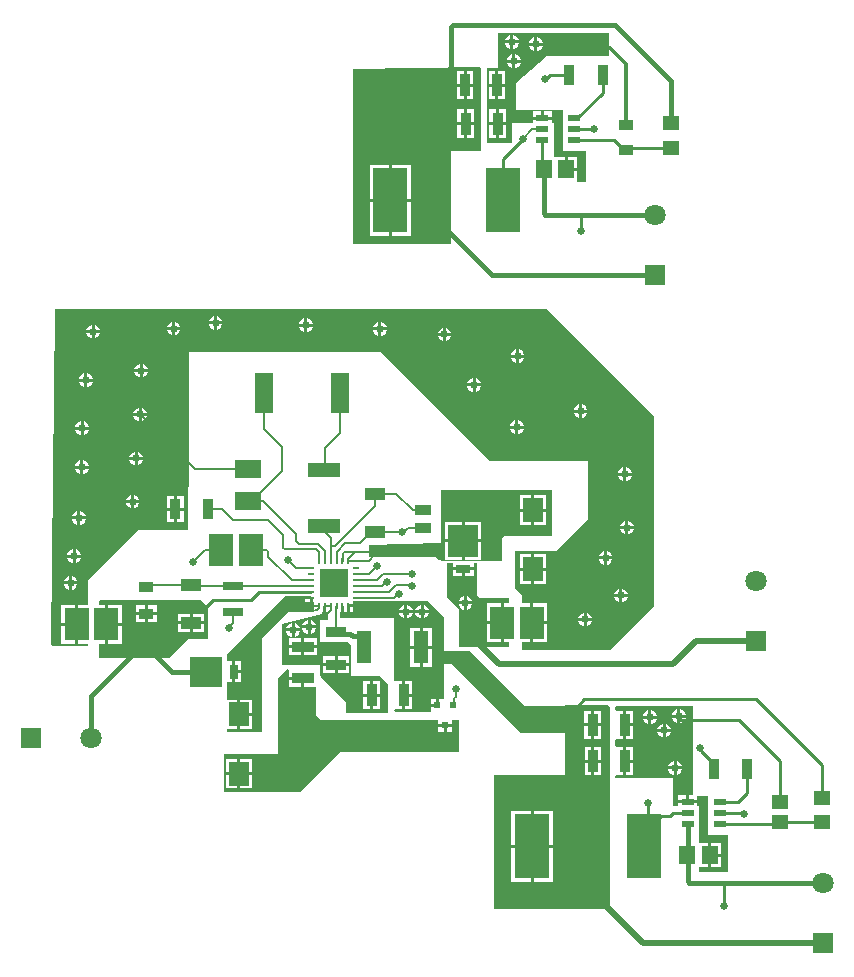
<source format=gtl>
G04*
G04 #@! TF.GenerationSoftware,Altium Limited,Altium Designer,22.10.1 (41)*
G04*
G04 Layer_Physical_Order=1*
G04 Layer_Color=255*
%FSLAX25Y25*%
%MOIN*%
G70*
G04*
G04 #@! TF.SameCoordinates,856B5BD7-418A-478B-963B-D84CAA773F5C*
G04*
G04*
G04 #@! TF.FilePolarity,Positive*
G04*
G01*
G75*
%ADD12C,0.01000*%
%ADD15R,0.09646X0.09646*%
%ADD16R,0.02362X0.00984*%
%ADD17R,0.00984X0.02362*%
%ADD18R,0.06693X0.07874*%
%ADD19R,0.11811X0.21654*%
%ADD20R,0.03740X0.06693*%
%ADD21R,0.06693X0.03740*%
%ADD22R,0.03543X0.07284*%
%ADD23R,0.07284X0.03543*%
%ADD24R,0.05118X0.11024*%
%ADD25R,0.07087X0.02953*%
%ADD26R,0.08279X0.11048*%
%ADD27R,0.06693X0.03937*%
%ADD28R,0.06102X0.13780*%
%ADD29R,0.11024X0.05118*%
%ADD30R,0.08661X0.05906*%
%ADD31R,0.05118X0.03543*%
%ADD32R,0.03543X0.07480*%
%ADD33R,0.04331X0.02362*%
%ADD34R,0.05542X0.06150*%
%ADD35R,0.05756X0.04942*%
%ADD36R,0.05363X0.04546*%
%ADD37R,0.05315X0.03740*%
%ADD38R,0.05000X0.03000*%
%ADD39R,0.10000X0.10512*%
%ADD40R,0.10512X0.10000*%
%ADD41R,0.03000X0.05000*%
%ADD42R,0.02362X0.02362*%
%ADD69C,0.00800*%
%ADD70C,0.01500*%
%ADD71C,0.02000*%
%ADD72C,0.01200*%
%ADD73R,0.07087X0.07087*%
%ADD74C,0.07087*%
%ADD75R,0.07087X0.07087*%
%ADD76C,0.02800*%
%ADD77C,0.02600*%
G36*
X387992Y449250D02*
Y421752D01*
X378150D01*
X378051Y421850D01*
Y390551D01*
X345752D01*
X345374Y390846D01*
Y448917D01*
X387636Y449601D01*
X387992Y449250D01*
D02*
G37*
G36*
X430610Y460236D02*
Y453346D01*
X409842D01*
X399508Y444304D01*
Y435433D01*
X415354D01*
Y421850D01*
X423130D01*
Y411516D01*
X420118D01*
Y415051D01*
X416347D01*
Y415551D01*
X415847D01*
Y419626D01*
X412576D01*
X412205Y419937D01*
Y430905D01*
X411630D01*
Y432177D01*
X405299D01*
Y430905D01*
X398425D01*
Y424606D01*
X398327Y424508D01*
X389862D01*
Y449311D01*
X393504D01*
Y461122D01*
X430610D01*
Y460236D01*
D02*
G37*
G36*
X411614Y293209D02*
X395768D01*
X394980Y292421D01*
Y284941D01*
X374508D01*
Y285516D01*
X374087Y285362D01*
X372933Y286516D01*
X350590D01*
Y290453D01*
X374508Y290936D01*
Y308563D01*
X411614D01*
Y293209D01*
D02*
G37*
G36*
X386516Y273721D02*
X387402Y272835D01*
X397441D01*
Y270992D01*
X395576D01*
Y264469D01*
Y257944D01*
X397441D01*
Y256398D01*
X380709D01*
Y268898D01*
X376673Y272933D01*
Y284227D01*
X378587D01*
Y282976D01*
X382087D01*
X385587D01*
Y284227D01*
X386516D01*
Y273721D01*
D02*
G37*
G36*
X375689Y266339D02*
Y254738D01*
X375958Y255015D01*
X384252Y254921D01*
X402362Y236811D01*
X415846D01*
Y236910D01*
X430315Y237106D01*
X431102Y236319D01*
Y168898D01*
X392421D01*
Y213779D01*
X415551D01*
X415846Y214075D01*
Y227756D01*
X401181D01*
X378346Y250590D01*
X375689D01*
Y239556D01*
X375606Y239090D01*
X373925D01*
Y236910D01*
X373425D01*
Y236409D01*
X371244D01*
Y234842D01*
X359425D01*
X359079Y235204D01*
X359085Y235343D01*
X359433Y235614D01*
X359555Y235614D01*
X361705D01*
Y240256D01*
Y244898D01*
X359555D01*
X359433Y244898D01*
X359055Y245192D01*
Y266043D01*
X341043D01*
Y267996D01*
X341315D01*
Y270177D01*
X342315D01*
Y267996D01*
X343284D01*
Y270177D01*
X343783D01*
Y270677D01*
X345276D01*
Y271555D01*
X370472D01*
X375689Y266339D01*
D02*
G37*
G36*
X445571Y333465D02*
Y269980D01*
X430992Y255402D01*
X401594D01*
Y257944D01*
X404424D01*
Y264469D01*
Y270992D01*
X401594D01*
Y273800D01*
X399311Y276083D01*
Y288484D01*
X413189D01*
X423622Y298917D01*
Y318307D01*
X390846D01*
X354626Y354528D01*
X290551D01*
Y309842D01*
X290453Y309744D01*
Y295276D01*
X273622D01*
X256988Y278642D01*
Y270500D01*
X253746D01*
Y263976D01*
Y257452D01*
X256988D01*
Y256791D01*
X245244D01*
X244788Y257252D01*
X246063Y369094D01*
X409941D01*
X445571Y333465D01*
D02*
G37*
G36*
X294783Y272047D02*
X297047Y269783D01*
Y259154D01*
X290256D01*
X283858Y252756D01*
X260630D01*
Y257452D01*
X262593D01*
Y263976D01*
Y270500D01*
X260630D01*
Y271785D01*
X260984Y272138D01*
X294783Y272047D01*
D02*
G37*
G36*
X336409Y267996D02*
X336910D01*
Y265256D01*
X334154D01*
Y257874D01*
X343799D01*
X344783Y256890D01*
Y246850D01*
X353937D01*
X356890Y243898D01*
Y234547D01*
X356791Y234449D01*
X342913D01*
Y238090D01*
X334615Y246389D01*
X334766Y246752D01*
X334252D01*
X334154Y246850D01*
Y250295D01*
X321555D01*
Y264173D01*
X334941Y267520D01*
Y267996D01*
X335409D01*
Y270177D01*
X336409D01*
Y267996D01*
D02*
G37*
G36*
X329070Y273252D02*
X331398D01*
Y272752D01*
X331898D01*
Y271260D01*
X332449D01*
Y267996D01*
X331983Y267913D01*
X323524D01*
X314961Y259350D01*
X314961Y228150D01*
X303150D01*
Y228921D01*
X306685D01*
Y233858D01*
Y238795D01*
X303150D01*
X303150Y244630D01*
X305075D01*
Y248130D01*
Y251630D01*
X303150D01*
Y253839D01*
X322655Y273343D01*
X328860Y273458D01*
X329070Y273252D01*
D02*
G37*
G36*
X323894Y248679D02*
X323902Y248614D01*
Y246366D01*
X328543D01*
Y245866D01*
X329043D01*
Y243094D01*
X333071D01*
Y233563D01*
X334646Y231988D01*
X373803D01*
Y230716D01*
X378165D01*
Y231988D01*
X380512D01*
Y221358D01*
X341240D01*
X327756Y207874D01*
X302165D01*
Y220669D01*
X320177D01*
X320177Y245669D01*
X323370Y248862D01*
X323894Y248679D01*
D02*
G37*
G36*
X458563Y236713D02*
Y207087D01*
X458382Y206906D01*
X457390D01*
Y205224D01*
X460055D01*
Y206693D01*
X463779D01*
Y193898D01*
X463878Y193799D01*
X470374D01*
Y181299D01*
X460532D01*
Y182933D01*
X463690D01*
Y187008D01*
Y191083D01*
X460532D01*
Y203248D01*
X460055D01*
Y204224D01*
X453724D01*
Y203248D01*
X451870D01*
Y212697D01*
X432776D01*
Y213272D01*
X433153Y213567D01*
X433276Y213567D01*
X435425D01*
Y218307D01*
Y223047D01*
X433276D01*
X433153Y223047D01*
X432776Y223342D01*
Y225289D01*
X433055Y225673D01*
X433276Y225673D01*
X435327D01*
Y230413D01*
Y235154D01*
X433276D01*
X433055Y235154D01*
X432776Y235538D01*
Y236457D01*
X433130Y236810D01*
X458563Y236713D01*
D02*
G37*
%LPC*%
G36*
X385449Y448343D02*
X383177D01*
Y444102D01*
X385449D01*
Y448343D01*
D02*
G37*
G36*
X382177D02*
X379906D01*
Y444102D01*
X382177D01*
Y448343D01*
D02*
G37*
G36*
X385449Y443102D02*
X383177D01*
Y438862D01*
X385449D01*
Y443102D01*
D02*
G37*
G36*
X382177D02*
X379906D01*
Y438862D01*
X382177D01*
Y443102D01*
D02*
G37*
G36*
X385646Y435547D02*
X383374D01*
Y431307D01*
X385646D01*
Y435547D01*
D02*
G37*
G36*
X382374D02*
X380102D01*
Y431307D01*
X382374D01*
Y435547D01*
D02*
G37*
G36*
X385646Y430307D02*
X383374D01*
Y426067D01*
X385646D01*
Y430307D01*
D02*
G37*
G36*
X382374D02*
X380102D01*
Y426067D01*
X382374D01*
Y430307D01*
D02*
G37*
G36*
X364681Y417043D02*
X358276D01*
Y405717D01*
X364681D01*
Y417043D01*
D02*
G37*
G36*
X357276D02*
X350870D01*
Y405717D01*
X357276D01*
Y417043D01*
D02*
G37*
G36*
X364681Y404717D02*
X358276D01*
Y393390D01*
X364681D01*
Y404717D01*
D02*
G37*
G36*
X357276D02*
X350870D01*
Y393390D01*
X357276D01*
Y404717D01*
D02*
G37*
G36*
X398728Y460353D02*
Y458571D01*
X400511D01*
X400178Y459374D01*
X399531Y460021D01*
X398728Y460353D01*
D02*
G37*
G36*
X397728D02*
X396925Y460021D01*
X396279Y459374D01*
X395946Y458571D01*
X397728D01*
Y460353D01*
D02*
G37*
G36*
X406799Y459566D02*
Y457784D01*
X408582D01*
X408249Y458586D01*
X407602Y459233D01*
X406799Y459566D01*
D02*
G37*
G36*
X405799D02*
X404996Y459233D01*
X404349Y458586D01*
X404017Y457784D01*
X405799D01*
Y459566D01*
D02*
G37*
G36*
X400511Y457571D02*
X398728D01*
Y455789D01*
X399531Y456121D01*
X400178Y456768D01*
X400511Y457571D01*
D02*
G37*
G36*
X397728D02*
X395946D01*
X396279Y456768D01*
X396925Y456121D01*
X397728Y455789D01*
Y457571D01*
D02*
G37*
G36*
X408582Y456783D02*
X406799D01*
Y455001D01*
X407602Y455334D01*
X408249Y455981D01*
X408340Y456201D01*
X408582Y456783D01*
D02*
G37*
G36*
X405799D02*
X404017D01*
X404349Y455981D01*
X404996Y455334D01*
X405799Y455001D01*
Y456783D01*
D02*
G37*
G36*
X399417Y453956D02*
Y452173D01*
X401200D01*
X400867Y452976D01*
X400220Y453623D01*
X399417Y453956D01*
D02*
G37*
G36*
X398417D02*
X397615Y453623D01*
X396968Y452976D01*
X396635Y452173D01*
X398417D01*
Y453956D01*
D02*
G37*
G36*
X401200Y451173D02*
X399417D01*
Y449391D01*
X400220Y449723D01*
X400867Y450370D01*
X401200Y451173D01*
D02*
G37*
G36*
X398417D02*
X396635D01*
X396968Y450370D01*
X397615Y449723D01*
X398417Y449391D01*
Y451173D01*
D02*
G37*
G36*
X396079Y448343D02*
X393807D01*
Y444102D01*
X396079D01*
Y448343D01*
D01*
D02*
G37*
G36*
X392807D02*
X390535D01*
Y444102D01*
X392807D01*
Y448343D01*
D02*
G37*
G36*
X396079Y443102D02*
X393807D01*
Y438862D01*
X396079D01*
Y443102D01*
D02*
G37*
G36*
X392807D02*
X390535D01*
Y438862D01*
X392807D01*
Y443102D01*
D02*
G37*
G36*
X411630Y434858D02*
X408965D01*
Y433177D01*
X411630D01*
Y434858D01*
D02*
G37*
G36*
X407965D02*
X405299D01*
Y433177D01*
X407965D01*
Y434858D01*
D02*
G37*
G36*
X396276Y435547D02*
X394004D01*
Y431307D01*
X396276D01*
Y435547D01*
D02*
G37*
G36*
X393004D02*
X390732D01*
Y431307D01*
X393004D01*
Y435547D01*
D02*
G37*
G36*
X396276Y430307D02*
X394004D01*
Y426067D01*
X396276D01*
Y430307D01*
D02*
G37*
G36*
X393004D02*
X390732D01*
Y426067D01*
X393004D01*
Y430307D01*
D02*
G37*
G36*
X416847Y419626D02*
Y416051D01*
X420118D01*
Y419626D01*
X416847D01*
D02*
G37*
G36*
X409661Y306906D02*
X405815D01*
Y302468D01*
X409661D01*
Y306906D01*
D02*
G37*
G36*
X404815D02*
X400969D01*
Y302468D01*
X404815D01*
Y306906D01*
D02*
G37*
G36*
X409661Y301468D02*
X405815D01*
Y297031D01*
X409661D01*
Y301468D01*
D02*
G37*
G36*
X404815D02*
X400969D01*
Y297031D01*
X404815D01*
Y301468D01*
D02*
G37*
G36*
X388087Y297988D02*
X382587D01*
Y292232D01*
X388087D01*
Y297988D01*
D02*
G37*
G36*
X381587D02*
X376087D01*
Y292232D01*
X381587D01*
Y297988D01*
D02*
G37*
G36*
X388087Y291232D02*
X382587D01*
Y285476D01*
X388087D01*
Y291232D01*
D02*
G37*
G36*
X381587D02*
X376087D01*
Y285476D01*
X381587D01*
Y291232D01*
D02*
G37*
G36*
X385587Y281976D02*
X382587D01*
Y279976D01*
X385587D01*
Y281976D01*
D02*
G37*
G36*
X381587D02*
X378587D01*
Y279976D01*
X381587D01*
Y281976D01*
D02*
G37*
G36*
X383276Y273345D02*
Y271563D01*
X385058D01*
X384725Y272366D01*
X384078Y273013D01*
X383276Y273345D01*
D02*
G37*
G36*
X382276D02*
X381473Y273013D01*
X380826Y272366D01*
X380493Y271563D01*
X382276D01*
Y273345D01*
D02*
G37*
G36*
X385058Y270563D02*
X383276D01*
Y268781D01*
X384078Y269113D01*
X384725Y269760D01*
X385058Y270563D01*
D02*
G37*
G36*
X382276D02*
X380493D01*
X380826Y269760D01*
X381473Y269113D01*
X382276Y268781D01*
Y270563D01*
D02*
G37*
G36*
X394576Y270992D02*
X389937D01*
Y264968D01*
X394576D01*
Y270992D01*
D02*
G37*
G36*
Y263968D02*
X389937D01*
Y257944D01*
X394576D01*
Y263968D01*
D02*
G37*
G36*
X368841Y270432D02*
Y268649D01*
X370623D01*
X370290Y269452D01*
X369643Y270099D01*
X368841Y270432D01*
D02*
G37*
G36*
X367841D02*
X367038Y270099D01*
X366391Y269452D01*
X366058Y268649D01*
X367841D01*
Y270432D01*
D02*
G37*
G36*
X363427D02*
Y268649D01*
X365210D01*
X364877Y269452D01*
X364230Y270099D01*
X363427Y270432D01*
D02*
G37*
G36*
X362427D02*
X361624Y270099D01*
X360977Y269452D01*
X360645Y268649D01*
X362427D01*
Y270432D01*
D02*
G37*
G36*
X345276Y269677D02*
X344284D01*
Y267996D01*
X345276D01*
Y269677D01*
D02*
G37*
G36*
X370623Y267649D02*
X368841D01*
Y265867D01*
X369643Y266199D01*
X370290Y266846D01*
X370623Y267649D01*
D02*
G37*
G36*
X367841D02*
X366058D01*
X366391Y266846D01*
X367038Y266199D01*
X367841Y265867D01*
Y267649D01*
D02*
G37*
G36*
X365210D02*
X363427D01*
Y265867D01*
X364230Y266199D01*
X364877Y266846D01*
X365210Y267649D01*
D02*
G37*
G36*
X362427D02*
X360645D01*
X360977Y266846D01*
X361624Y266199D01*
X362427Y265867D01*
Y267649D01*
D02*
G37*
G36*
X371571Y262713D02*
X368512D01*
Y256701D01*
X371571D01*
Y262713D01*
D02*
G37*
G36*
X367512D02*
X364453D01*
Y256701D01*
X367512D01*
Y262713D01*
D02*
G37*
G36*
X371571Y255701D02*
X368512D01*
Y249689D01*
X371571D01*
Y255701D01*
D02*
G37*
G36*
X367512D02*
X364453D01*
Y249689D01*
X367512D01*
Y255701D01*
D02*
G37*
G36*
X362705Y244898D02*
Y240756D01*
X364976D01*
Y244898D01*
X362705D01*
D02*
G37*
G36*
X372925Y239090D02*
X371244D01*
Y237409D01*
X372925D01*
Y239090D01*
D02*
G37*
G36*
X364976Y239756D02*
X362705D01*
Y235614D01*
X364976D01*
Y239756D01*
D02*
G37*
G36*
X427969Y235154D02*
X425697D01*
Y230913D01*
X427969D01*
Y235154D01*
D02*
G37*
G36*
X424697D02*
X422425D01*
Y230913D01*
X424697D01*
Y235154D01*
D02*
G37*
G36*
X427969Y229913D02*
X425697D01*
Y225673D01*
X427969D01*
Y229913D01*
D02*
G37*
G36*
X424697D02*
X422425D01*
Y225673D01*
X424697D01*
Y229913D01*
D02*
G37*
G36*
X428067Y223047D02*
X425795D01*
Y218807D01*
X428067D01*
Y223047D01*
D02*
G37*
G36*
X424795D02*
X422524D01*
Y218807D01*
X424795D01*
Y223047D01*
D02*
G37*
G36*
X428067Y217807D02*
X425795D01*
Y213567D01*
X428067D01*
Y217807D01*
D02*
G37*
G36*
X424795D02*
X422524D01*
Y213567D01*
X424795D01*
Y217807D01*
D02*
G37*
G36*
X411925Y201689D02*
X405520D01*
Y190362D01*
X411925D01*
Y201689D01*
D02*
G37*
G36*
X404520D02*
X398114D01*
Y190362D01*
X404520D01*
Y201689D01*
D02*
G37*
G36*
X411925Y189362D02*
X405520D01*
Y178035D01*
X411925D01*
Y189362D01*
D02*
G37*
G36*
X404520D02*
X398114D01*
Y178035D01*
X404520D01*
Y189362D01*
D02*
G37*
G36*
X300008Y366751D02*
Y364968D01*
X301790D01*
X301458Y365771D01*
X300811Y366418D01*
X300008Y366751D01*
D02*
G37*
G36*
X299008D02*
X298205Y366418D01*
X297558Y365771D01*
X297225Y364968D01*
X299008D01*
Y366751D01*
D02*
G37*
G36*
X330126Y365865D02*
Y364083D01*
X331908D01*
X331576Y364885D01*
X330929Y365532D01*
X330126Y365865D01*
D02*
G37*
G36*
X329126D02*
X328323Y365532D01*
X327676Y364885D01*
X327344Y364083D01*
X329126D01*
Y365865D01*
D02*
G37*
G36*
X286032Y364782D02*
Y363000D01*
X287814D01*
X287481Y363803D01*
X286834Y364450D01*
X286032Y364782D01*
D02*
G37*
G36*
X285032D02*
X284229Y364450D01*
X283582Y363803D01*
X283249Y363000D01*
X285032D01*
Y364782D01*
D02*
G37*
G36*
X354740Y364676D02*
Y362894D01*
X356523D01*
X356190Y363697D01*
X355543Y364344D01*
X354740Y364676D01*
D02*
G37*
G36*
X353740D02*
X352937Y364344D01*
X352290Y363697D01*
X351958Y362894D01*
X353740D01*
Y364676D01*
D02*
G37*
G36*
X301790Y363968D02*
X300008D01*
Y362186D01*
X300811Y362519D01*
X301458Y363166D01*
X301790Y363968D01*
D02*
G37*
G36*
X299008D02*
X297225D01*
X297558Y363166D01*
X298205Y362519D01*
X299008Y362186D01*
Y363968D01*
D02*
G37*
G36*
X259260Y363798D02*
Y362016D01*
X261042D01*
X260710Y362819D01*
X260063Y363466D01*
X259260Y363798D01*
D02*
G37*
G36*
X258260D02*
X257457Y363466D01*
X256810Y362819D01*
X256477Y362016D01*
X258260D01*
Y363798D01*
D02*
G37*
G36*
X331908Y363083D02*
X330126D01*
Y361300D01*
X330929Y361633D01*
X331576Y362280D01*
X331908Y363083D01*
D02*
G37*
G36*
X329126D02*
X327344D01*
X327676Y362280D01*
X328323Y361633D01*
X329126Y361300D01*
Y363083D01*
D02*
G37*
G36*
X376287Y362814D02*
Y361032D01*
X378070D01*
X377737Y361834D01*
X377090Y362481D01*
X376287Y362814D01*
D02*
G37*
G36*
X375287D02*
X374484Y362481D01*
X373838Y361834D01*
X373505Y361032D01*
X375287D01*
Y362814D01*
D02*
G37*
G36*
X287814Y362000D02*
X286032D01*
Y360218D01*
X286834Y360550D01*
X287481Y361197D01*
X287814Y362000D01*
D02*
G37*
G36*
X285032D02*
X283249D01*
X283582Y361197D01*
X284229Y360550D01*
X285032Y360218D01*
Y362000D01*
D02*
G37*
G36*
X356523Y361894D02*
X354740D01*
Y360111D01*
X355543Y360444D01*
X356190Y361091D01*
X356523Y361894D01*
D02*
G37*
G36*
X353740D02*
X351958D01*
X352290Y361091D01*
X352937Y360444D01*
X353740Y360111D01*
Y361894D01*
D02*
G37*
G36*
X261042Y361016D02*
X259260D01*
Y359233D01*
X260063Y359566D01*
X260710Y360213D01*
X261042Y361016D01*
D02*
G37*
G36*
X258260D02*
X256477D01*
X256810Y360213D01*
X257457Y359566D01*
X258260Y359233D01*
Y361016D01*
D02*
G37*
G36*
X378070Y360032D02*
X376287D01*
Y358249D01*
X377090Y358582D01*
X377737Y359229D01*
X378070Y360032D01*
D02*
G37*
G36*
X375287D02*
X373505D01*
X373838Y359229D01*
X374484Y358582D01*
X375287Y358249D01*
Y360032D01*
D02*
G37*
G36*
X400697Y355530D02*
Y353748D01*
X402479D01*
X402147Y354551D01*
X401500Y355198D01*
X400697Y355530D01*
D02*
G37*
G36*
X399697D02*
X398894Y355198D01*
X398247Y354551D01*
X397914Y353748D01*
X399697D01*
Y355530D01*
D02*
G37*
G36*
X402479Y352748D02*
X400697D01*
Y350966D01*
X401500Y351298D01*
X402147Y351945D01*
X402479Y352748D01*
D02*
G37*
G36*
X399697D02*
X397914D01*
X398247Y351945D01*
X398894Y351298D01*
X399697Y350966D01*
Y352748D01*
D02*
G37*
G36*
X275186Y350783D02*
Y349000D01*
X276969D01*
X276636Y349803D01*
X275989Y350450D01*
X275186Y350783D01*
D02*
G37*
G36*
X274186D02*
X273383Y350450D01*
X272736Y349803D01*
X272404Y349000D01*
X274186D01*
Y350783D01*
D02*
G37*
G36*
X276969Y348000D02*
X275186D01*
Y346218D01*
X275989Y346550D01*
X276636Y347197D01*
X276969Y348000D01*
D02*
G37*
G36*
X274186D02*
X272404D01*
X272736Y347197D01*
X273383Y346550D01*
X274186Y346218D01*
Y348000D01*
D02*
G37*
G36*
X256701Y347558D02*
Y345776D01*
X258483D01*
X258151Y346578D01*
X257504Y347225D01*
X256701Y347558D01*
D02*
G37*
G36*
X255701D02*
X254898Y347225D01*
X254251Y346578D01*
X253918Y345776D01*
X255701D01*
Y347558D01*
D02*
G37*
G36*
X386228Y345983D02*
Y344201D01*
X388011D01*
X387678Y345004D01*
X387031Y345651D01*
X386228Y345983D01*
D02*
G37*
G36*
X385228D02*
X384425Y345651D01*
X383779Y345004D01*
X383446Y344201D01*
X385228D01*
Y345983D01*
D02*
G37*
G36*
X258483Y344776D02*
X256701D01*
Y342993D01*
X257504Y343326D01*
X258151Y343973D01*
X258483Y344776D01*
D02*
G37*
G36*
X255701D02*
X253918D01*
X254251Y343973D01*
X254898Y343326D01*
X255701Y342993D01*
Y344776D01*
D02*
G37*
G36*
X388011Y343201D02*
X386228D01*
Y341418D01*
X387031Y341751D01*
X387678Y342398D01*
X388011Y343201D01*
D02*
G37*
G36*
X385228D02*
X383446D01*
X383779Y342398D01*
X384425Y341751D01*
X385228Y341418D01*
Y343201D01*
D02*
G37*
G36*
X421680Y337231D02*
Y335449D01*
X423462D01*
X423130Y336252D01*
X422483Y336899D01*
X421680Y337231D01*
D02*
G37*
G36*
X420680D02*
X419877Y336899D01*
X419230Y336252D01*
X418898Y335449D01*
X420680D01*
Y337231D01*
D02*
G37*
G36*
X274909Y336141D02*
Y334358D01*
X276692D01*
X276359Y335161D01*
X275712Y335808D01*
X274909Y336141D01*
D02*
G37*
G36*
X273909D02*
X273107Y335808D01*
X272460Y335161D01*
X272127Y334358D01*
X273909D01*
Y336141D01*
D02*
G37*
G36*
X423462Y334449D02*
X421680D01*
Y332666D01*
X422483Y332999D01*
X423130Y333646D01*
X423462Y334449D01*
D02*
G37*
G36*
X420680D02*
X418898D01*
X419230Y333646D01*
X419877Y332999D01*
X420680Y332666D01*
Y334449D01*
D02*
G37*
G36*
X276692Y333358D02*
X274909D01*
Y331576D01*
X275712Y331908D01*
X276359Y332555D01*
X276692Y333358D01*
D02*
G37*
G36*
X273909D02*
X272127D01*
X272460Y332555D01*
X273107Y331908D01*
X273909Y331576D01*
Y333358D01*
D02*
G37*
G36*
X400402Y331908D02*
Y330126D01*
X402184D01*
X401851Y330929D01*
X401204Y331576D01*
X400402Y331908D01*
D02*
G37*
G36*
X399402D02*
X398599Y331576D01*
X397952Y330929D01*
X397619Y330126D01*
X399402D01*
Y331908D01*
D02*
G37*
G36*
X255520Y331613D02*
Y329831D01*
X257302D01*
X256969Y330634D01*
X256323Y331281D01*
X255520Y331613D01*
D02*
G37*
G36*
X254520D02*
X253717Y331281D01*
X253070Y330634D01*
X252737Y329831D01*
X254520D01*
Y331613D01*
D02*
G37*
G36*
X402184Y329126D02*
X400402D01*
Y327344D01*
X401204Y327676D01*
X401851Y328323D01*
X402184Y329126D01*
D02*
G37*
G36*
X399402D02*
X397619D01*
X397952Y328323D01*
X398599Y327676D01*
X399402Y327344D01*
Y329126D01*
D02*
G37*
G36*
X257302Y328831D02*
X255520D01*
Y327048D01*
X256323Y327381D01*
X256969Y328028D01*
X257302Y328831D01*
D02*
G37*
G36*
X254520D02*
X252737D01*
X253070Y328028D01*
X253717Y327381D01*
X254520Y327048D01*
Y328831D01*
D02*
G37*
G36*
X273532Y321475D02*
Y319693D01*
X275314D01*
X274981Y320496D01*
X274334Y321143D01*
X273532Y321475D01*
D02*
G37*
G36*
X272532D02*
X271729Y321143D01*
X271082Y320496D01*
X270749Y319693D01*
X272532D01*
Y321475D01*
D02*
G37*
G36*
X275314Y318693D02*
X273532D01*
Y316911D01*
X274334Y317243D01*
X274981Y317890D01*
X275314Y318693D01*
D02*
G37*
G36*
X272532D02*
X270749D01*
X271082Y317890D01*
X271729Y317243D01*
X272532Y316911D01*
Y318693D01*
D02*
G37*
G36*
X255421Y318621D02*
Y316839D01*
X257204D01*
X256871Y317641D01*
X256224Y318288D01*
X255421Y318621D01*
D02*
G37*
G36*
X254421D02*
X253618Y318288D01*
X252971Y317641D01*
X252639Y316839D01*
X254421D01*
Y318621D01*
D02*
G37*
G36*
X436425Y316259D02*
Y314476D01*
X438208D01*
X437875Y315279D01*
X437228Y315926D01*
X436425Y316259D01*
D02*
G37*
G36*
X435425D02*
X434622Y315926D01*
X433975Y315279D01*
X433643Y314476D01*
X435425D01*
Y316259D01*
D02*
G37*
G36*
X257204Y315839D02*
X255421D01*
Y314056D01*
X256224Y314389D01*
X256871Y315036D01*
X257204Y315839D01*
D02*
G37*
G36*
X254421D02*
X252639D01*
X252971Y315036D01*
X253618Y314389D01*
X254421Y314056D01*
Y315839D01*
D02*
G37*
G36*
X438208Y313476D02*
X436425D01*
Y311694D01*
X437228Y312027D01*
X437875Y312673D01*
X438208Y313476D01*
D02*
G37*
G36*
X435425D02*
X433643D01*
X433975Y312673D01*
X434622Y312027D01*
X435425Y311694D01*
Y313476D01*
D02*
G37*
G36*
X272350Y307105D02*
Y305323D01*
X274133D01*
X273800Y306126D01*
X273153Y306773D01*
X272350Y307105D01*
D02*
G37*
G36*
X271350D02*
X270548Y306773D01*
X269900Y306126D01*
X269568Y305323D01*
X271350D01*
Y307105D01*
D02*
G37*
G36*
X288992Y306610D02*
X286622D01*
Y302764D01*
X288992D01*
Y306610D01*
D02*
G37*
G36*
X285622D02*
X283252D01*
Y302764D01*
X285622D01*
Y306610D01*
D02*
G37*
G36*
X274133Y304323D02*
X272350D01*
Y302540D01*
X273153Y302873D01*
X273800Y303520D01*
X274133Y304323D01*
D02*
G37*
G36*
X271350D02*
X269568D01*
X269900Y303520D01*
X270548Y302873D01*
X271350Y302540D01*
Y304323D01*
D02*
G37*
G36*
X254437Y301692D02*
Y299909D01*
X256219D01*
X255887Y300712D01*
X255240Y301359D01*
X254437Y301692D01*
D02*
G37*
G36*
X253437D02*
X252634Y301359D01*
X251987Y300712D01*
X251655Y299909D01*
X253437D01*
Y301692D01*
D02*
G37*
G36*
X288992Y301764D02*
X286622D01*
Y297917D01*
X288992D01*
Y301764D01*
D02*
G37*
G36*
X285622D02*
X283252D01*
Y297917D01*
X285622D01*
Y301764D01*
D02*
G37*
G36*
X256219Y298909D02*
X254437D01*
Y297127D01*
X255240Y297460D01*
X255887Y298107D01*
X256219Y298909D01*
D02*
G37*
G36*
X253437D02*
X251655D01*
X251987Y298107D01*
X252634Y297460D01*
X253437Y297127D01*
Y298909D01*
D02*
G37*
G36*
X437114Y298444D02*
Y296661D01*
X438897D01*
X438564Y297464D01*
X437917Y298111D01*
X437114Y298444D01*
D02*
G37*
G36*
X436114D02*
X435311Y298111D01*
X434664Y297464D01*
X434332Y296661D01*
X436114D01*
Y298444D01*
D02*
G37*
G36*
X438897Y295661D02*
X437114D01*
Y293879D01*
X437917Y294212D01*
X438564Y294859D01*
X438897Y295661D01*
D02*
G37*
G36*
X436114D02*
X434332D01*
X434664Y294859D01*
X435311Y294212D01*
X436114Y293879D01*
Y295661D01*
D02*
G37*
G36*
X252862Y288897D02*
Y287114D01*
X254645D01*
X254312Y287917D01*
X253665Y288564D01*
X252862Y288897D01*
D02*
G37*
G36*
X251862D02*
X251059Y288564D01*
X250412Y287917D01*
X250080Y287114D01*
X251862D01*
Y288897D01*
D02*
G37*
G36*
X430028Y288404D02*
Y286622D01*
X431810D01*
X431477Y287425D01*
X430830Y288072D01*
X430028Y288404D01*
D02*
G37*
G36*
X429028D02*
X428225Y288072D01*
X427578Y287425D01*
X427245Y286622D01*
X429028D01*
Y288404D01*
D02*
G37*
G36*
X254645Y286114D02*
X252862D01*
Y284332D01*
X253665Y284664D01*
X254312Y285311D01*
X254645Y286114D01*
D02*
G37*
G36*
X251862D02*
X250080D01*
X250412Y285311D01*
X251059Y284664D01*
X251862Y284332D01*
Y286114D01*
D02*
G37*
G36*
X431810Y285622D02*
X430028D01*
Y283840D01*
X430830Y284172D01*
X431477Y284819D01*
X431810Y285622D01*
D02*
G37*
G36*
X429028D02*
X427245D01*
X427578Y284819D01*
X428225Y284172D01*
X429028Y283840D01*
Y285622D01*
D02*
G37*
G36*
X409661Y287221D02*
X405815D01*
Y282784D01*
X409661D01*
Y287221D01*
D02*
G37*
G36*
X404815D02*
X400969D01*
Y282784D01*
X404815D01*
Y287221D01*
D02*
G37*
G36*
X251681Y280038D02*
Y278256D01*
X253464D01*
X253131Y279059D01*
X252484Y279706D01*
X251681Y280038D01*
D02*
G37*
G36*
X250681D02*
X249878Y279706D01*
X249231Y279059D01*
X248899Y278256D01*
X250681D01*
Y280038D01*
D02*
G37*
G36*
X409661Y281784D02*
X405815D01*
Y277346D01*
X409661D01*
Y281784D01*
D02*
G37*
G36*
X404815D02*
X400969D01*
Y277346D01*
X404815D01*
Y281784D01*
D02*
G37*
G36*
X253464Y277256D02*
X251681D01*
Y275473D01*
X252484Y275806D01*
X253131Y276453D01*
X253464Y277256D01*
D02*
G37*
G36*
X250681D02*
X248899D01*
X249231Y276453D01*
X249878Y275806D01*
X250681Y275473D01*
Y277256D01*
D02*
G37*
G36*
X435146Y275806D02*
Y274024D01*
X436928D01*
X436595Y274827D01*
X435949Y275473D01*
X435146Y275806D01*
D02*
G37*
G36*
X434146D02*
X433343Y275473D01*
X432696Y274827D01*
X432363Y274024D01*
X434146D01*
Y275806D01*
D02*
G37*
G36*
X436928Y273024D02*
X435146D01*
Y271241D01*
X435949Y271574D01*
X436595Y272221D01*
X436928Y273024D01*
D02*
G37*
G36*
X434146D02*
X432363D01*
X432696Y272221D01*
X433343Y271574D01*
X434146Y271241D01*
Y273024D01*
D02*
G37*
G36*
X423236Y267834D02*
Y266051D01*
X425019D01*
X424686Y266854D01*
X424039Y267501D01*
X423236Y267834D01*
D02*
G37*
G36*
X422236D02*
X421433Y267501D01*
X420786Y266854D01*
X420454Y266051D01*
X422236D01*
Y267834D01*
D02*
G37*
G36*
X410063Y270992D02*
X405424D01*
Y264968D01*
X410063D01*
Y270992D01*
D02*
G37*
G36*
X252746Y270500D02*
X248106D01*
Y264476D01*
X252746D01*
Y270500D01*
D02*
G37*
G36*
X425019Y265051D02*
X423236D01*
Y263269D01*
X424039Y263601D01*
X424686Y264248D01*
X425019Y265051D01*
D02*
G37*
G36*
X422236D02*
X420454D01*
X420786Y264248D01*
X421433Y263601D01*
X422236Y263269D01*
Y265051D01*
D02*
G37*
G36*
X410063Y263968D02*
X405424D01*
Y257944D01*
X410063D01*
Y263968D01*
D02*
G37*
G36*
X252746Y263476D02*
X248106D01*
Y257452D01*
X252746D01*
Y263476D01*
D02*
G37*
G36*
X279937Y270193D02*
X276878D01*
Y267921D01*
X279937D01*
Y270193D01*
D02*
G37*
G36*
X275878D02*
X272819D01*
Y267921D01*
X275878D01*
Y270193D01*
D02*
G37*
G36*
X295783Y267437D02*
X291937D01*
Y264968D01*
X295783D01*
Y267437D01*
D02*
G37*
G36*
X290937D02*
X287091D01*
Y264968D01*
X290937D01*
Y267437D01*
D02*
G37*
G36*
X279937Y266921D02*
X276878D01*
Y264650D01*
X279937D01*
Y266921D01*
D02*
G37*
G36*
X275878D02*
X272819D01*
Y264650D01*
X275878D01*
Y266921D01*
D02*
G37*
G36*
X268233Y270500D02*
X263593D01*
Y264476D01*
X268233D01*
Y270500D01*
D02*
G37*
G36*
X295783Y263968D02*
X291937D01*
Y261500D01*
X295783D01*
Y263968D01*
D02*
G37*
G36*
X290937D02*
X287091D01*
Y261500D01*
X290937D01*
Y263968D01*
D02*
G37*
G36*
X268233Y263476D02*
X263593D01*
Y257452D01*
X268233D01*
Y263476D01*
D02*
G37*
G36*
X331209Y265373D02*
Y263591D01*
X332991D01*
X332659Y264393D01*
X332012Y265040D01*
X331209Y265373D01*
D02*
G37*
G36*
X330209D02*
X329406Y265040D01*
X328759Y264393D01*
X328426Y263591D01*
X330209D01*
Y265373D01*
D02*
G37*
G36*
X325894Y264389D02*
Y262606D01*
X327676D01*
X327344Y263409D01*
X326696Y264056D01*
X325894Y264389D01*
D02*
G37*
G36*
X324894D02*
X324091Y264056D01*
X323444Y263409D01*
X323111Y262606D01*
X324894D01*
Y264389D01*
D02*
G37*
G36*
X332991Y262591D02*
X331209D01*
Y260808D01*
X332012Y261141D01*
X332659Y261788D01*
X332991Y262591D01*
D02*
G37*
G36*
X330209D02*
X328426D01*
X328759Y261788D01*
X329406Y261141D01*
X330209Y260808D01*
Y262591D01*
D02*
G37*
G36*
X327676Y261606D02*
X325894D01*
Y259824D01*
X326696Y260156D01*
X327344Y260804D01*
X327676Y261606D01*
D02*
G37*
G36*
X324894D02*
X323111D01*
X323444Y260804D01*
X324091Y260156D01*
X324894Y259824D01*
Y261606D01*
D02*
G37*
G36*
X333185Y259279D02*
X329043D01*
Y257008D01*
X333185D01*
Y259279D01*
D02*
G37*
G36*
X328043D02*
X323902D01*
Y257008D01*
X328043D01*
Y259279D01*
D02*
G37*
G36*
X333185Y256008D02*
X329043D01*
Y253736D01*
X333185D01*
Y256008D01*
D02*
G37*
G36*
X328043D02*
X323902D01*
Y253736D01*
X328043D01*
Y256008D01*
D02*
G37*
G36*
X344110Y253362D02*
X340264D01*
Y250992D01*
X344110D01*
Y253362D01*
D02*
G37*
G36*
X339264D02*
X335417D01*
Y250992D01*
X339264D01*
Y253362D01*
D02*
G37*
G36*
X344110Y249992D02*
X340264D01*
Y247622D01*
X344110D01*
Y249992D01*
D02*
G37*
G36*
X339264D02*
X335417D01*
Y247622D01*
X339264D01*
Y249992D01*
D02*
G37*
G36*
X354335Y244898D02*
X352063D01*
Y240756D01*
X354335D01*
Y244898D01*
D02*
G37*
G36*
X351063D02*
X348791D01*
Y240756D01*
X351063D01*
Y244898D01*
D02*
G37*
G36*
X354335Y239756D02*
X352063D01*
Y235614D01*
X354335D01*
Y239756D01*
D02*
G37*
G36*
X351063D02*
X348791D01*
Y235614D01*
X351063D01*
Y239756D01*
D02*
G37*
G36*
X330898Y272252D02*
X329217D01*
Y271260D01*
X330898D01*
Y272252D01*
D02*
G37*
G36*
X308075Y251630D02*
X306075D01*
Y248630D01*
X308075D01*
Y251630D01*
D02*
G37*
G36*
Y247630D02*
X306075D01*
Y244630D01*
X308075D01*
Y247630D01*
D02*
G37*
G36*
X311531Y238795D02*
X307685D01*
Y234358D01*
X311531D01*
Y238795D01*
D02*
G37*
G36*
Y233358D02*
X307685D01*
Y228921D01*
X311531D01*
Y233358D01*
D02*
G37*
G36*
X328043Y245366D02*
X323902D01*
Y243094D01*
X328043D01*
Y245366D01*
D02*
G37*
G36*
X378165Y229716D02*
X376484D01*
Y228035D01*
X378165D01*
Y229716D01*
D02*
G37*
G36*
X375484D02*
X373803D01*
Y228035D01*
X375484D01*
Y229716D01*
D02*
G37*
G36*
X311531Y219110D02*
X307685D01*
Y214673D01*
X311531D01*
Y219110D01*
D02*
G37*
G36*
X306685D02*
X302839D01*
Y214673D01*
X306685D01*
Y219110D01*
D02*
G37*
G36*
X311531Y213673D02*
X307685D01*
Y209236D01*
X311531D01*
Y213673D01*
D02*
G37*
G36*
X306685D02*
X302839D01*
Y209236D01*
X306685D01*
Y213673D01*
D02*
G37*
G36*
X454437Y235550D02*
Y233768D01*
X456219D01*
X455887Y234571D01*
X455240Y235218D01*
X454437Y235550D01*
D02*
G37*
G36*
X453437D02*
X452634Y235218D01*
X451987Y234571D01*
X451655Y233768D01*
X453437D01*
Y235550D01*
D02*
G37*
G36*
X444791Y235255D02*
Y233472D01*
X446574D01*
X446241Y234275D01*
X445594Y234922D01*
X444791Y235255D01*
D02*
G37*
G36*
X443791D02*
X442988Y234922D01*
X442342Y234275D01*
X442009Y233472D01*
X443791D01*
Y235255D01*
D02*
G37*
G36*
X456219Y232768D02*
X454437D01*
Y230985D01*
X455240Y231318D01*
X455887Y231965D01*
X456219Y232768D01*
D02*
G37*
G36*
X453437D02*
X451655D01*
X451987Y231965D01*
X452634Y231318D01*
X453437Y230985D01*
Y232768D01*
D02*
G37*
G36*
X436327Y235154D02*
Y230913D01*
X438598D01*
Y235154D01*
X436327D01*
D02*
G37*
G36*
X446574Y232472D02*
X444791D01*
Y230690D01*
X445594Y231023D01*
X446241Y231670D01*
X446574Y232472D01*
D02*
G37*
G36*
X443791D02*
X442009D01*
X442342Y231670D01*
X442988Y231023D01*
X443791Y230690D01*
Y232472D01*
D02*
G37*
G36*
X449516Y230826D02*
Y229043D01*
X451298D01*
X450966Y229846D01*
X450319Y230493D01*
X449516Y230826D01*
D02*
G37*
G36*
X448516D02*
X447713Y230493D01*
X447066Y229846D01*
X446733Y229043D01*
X448516D01*
Y230826D01*
D02*
G37*
G36*
X451298Y228043D02*
X449516D01*
Y226261D01*
X450319Y226593D01*
X450966Y227240D01*
X451298Y228043D01*
D02*
G37*
G36*
X448516D02*
X446733D01*
X447066Y227240D01*
X447713Y226593D01*
X448516Y226261D01*
Y228043D01*
D02*
G37*
G36*
X438598Y229913D02*
X436327D01*
Y225673D01*
X438598D01*
Y229913D01*
D02*
G37*
G36*
X436425Y223047D02*
Y218807D01*
X438697D01*
Y223047D01*
X436425D01*
D02*
G37*
G36*
X453158Y218326D02*
Y216543D01*
X454940D01*
X454607Y217346D01*
X453960Y217993D01*
X453158Y218326D01*
D02*
G37*
G36*
X452157D02*
X451355Y217993D01*
X450708Y217346D01*
X450375Y216543D01*
X452157D01*
Y218326D01*
D02*
G37*
G36*
X454940Y215543D02*
X453158D01*
Y213761D01*
X453960Y214093D01*
X454607Y214740D01*
X454940Y215543D01*
D02*
G37*
G36*
X452157D02*
X450375D01*
X450708Y214740D01*
X451355Y214093D01*
X452157Y213761D01*
Y215543D01*
D02*
G37*
G36*
X438697Y217807D02*
X436425D01*
Y213567D01*
X438697D01*
Y217807D01*
D02*
G37*
G36*
X456390Y206906D02*
X453724D01*
Y205224D01*
X456390D01*
Y206906D01*
D02*
G37*
G36*
X467962Y191083D02*
X464690D01*
Y187508D01*
X467962D01*
Y191083D01*
D02*
G37*
G36*
Y186508D02*
X464690D01*
Y182933D01*
X467962D01*
Y186508D01*
D02*
G37*
%LPD*%
D12*
X395177Y405217D02*
Y419095D01*
X401870Y425787D01*
X295866Y269390D02*
X298524Y272047D01*
X311221D01*
X313878Y274705D02*
X331398D01*
X311221Y272047D02*
X313878Y274705D01*
X409252Y445571D02*
X409685D01*
X411005Y446891D02*
X417482D01*
X409685Y445571D02*
X411005Y446891D01*
X428505Y441104D02*
Y446891D01*
X419095Y432677D02*
X420079D01*
X428505Y441104D01*
X421260Y400295D02*
X421358Y400394D01*
X421260Y395079D02*
Y400295D01*
X419114Y428917D02*
X425768D01*
X425787Y428937D01*
X419095Y428898D02*
X419114Y428917D01*
X436319Y421949D02*
X437203Y422833D01*
X451378D01*
X435532Y421949D02*
X436319D01*
X419095Y425197D02*
X432283D01*
X435532Y421949D01*
X445866Y400394D02*
X445965Y400492D01*
X408465Y415936D02*
Y425197D01*
Y415936D02*
X408850Y415551D01*
X377854Y448228D02*
X378051Y448425D01*
X443602Y195965D02*
X447827Y200189D01*
X443602Y195965D02*
Y204232D01*
Y191043D02*
Y195965D01*
X442421Y189862D02*
X443602Y191043D01*
X461330Y221643D02*
X465748Y217224D01*
X461024Y222539D02*
X461330Y222233D01*
X465748Y215748D02*
Y217224D01*
X461330Y221643D02*
Y222233D01*
X473721Y204724D02*
X476772Y207776D01*
Y215748D01*
X467520Y204724D02*
X473721D01*
X447827Y200189D02*
X451128D01*
X451923Y200984D01*
X456890D01*
X501574Y197930D02*
X501673Y198030D01*
X487795Y197930D02*
X501574D01*
X487109Y197244D02*
X487795Y197930D01*
X467520Y197244D02*
X487109D01*
X469020Y177583D02*
X469095Y177657D01*
X469020Y170169D02*
Y177583D01*
X467602Y200862D02*
X475433D01*
X467520Y200945D02*
X467602Y200862D01*
X475433D02*
X475516Y200779D01*
X453937Y231988D02*
X474114D01*
X487795Y218307D01*
Y204826D02*
Y218307D01*
X456890Y178243D02*
X457476Y177657D01*
X418602Y235138D02*
X422441Y238976D01*
X479724D01*
X501673Y217028D01*
Y206104D02*
Y217028D01*
X425197Y232382D02*
X426469Y233653D01*
X425197Y230413D02*
Y232382D01*
X501266Y206104D02*
X501673D01*
X405020Y184941D02*
Y189862D01*
D15*
X338878Y277658D02*
D03*
D16*
X346358Y274783D02*
D03*
Y276752D02*
D03*
Y278720D02*
D03*
Y280689D02*
D03*
Y282658D02*
D03*
Y272815D02*
D03*
X331398Y274721D02*
D03*
Y276689D02*
D03*
Y278658D02*
D03*
Y280626D02*
D03*
Y282594D02*
D03*
Y272752D02*
D03*
D17*
X341815Y285138D02*
D03*
X339846D02*
D03*
X337878D02*
D03*
X335910D02*
D03*
X333941D02*
D03*
X343783D02*
D03*
X341815Y270177D02*
D03*
X339846D02*
D03*
X337878D02*
D03*
X335910D02*
D03*
X333941D02*
D03*
X343783D02*
D03*
D18*
X405315Y301969D02*
D03*
Y282283D02*
D03*
X307185Y233858D02*
D03*
Y214173D02*
D03*
D19*
X395177Y405217D02*
D03*
X357776D02*
D03*
X405020Y189862D02*
D03*
X442421D02*
D03*
D20*
X428505Y446891D02*
D03*
X417482D02*
D03*
X476772Y215748D02*
D03*
X465748D02*
D03*
X297146Y302264D02*
D03*
X286122D02*
D03*
D21*
X339764Y261516D02*
D03*
Y250492D02*
D03*
D22*
X351563Y240256D02*
D03*
X362205D02*
D03*
D23*
X328543Y245866D02*
D03*
Y256508D02*
D03*
D24*
X349114Y256201D02*
D03*
X368012D02*
D03*
D25*
X305315Y267913D02*
D03*
Y276575D02*
D03*
D26*
X404924Y264469D02*
D03*
X395076D02*
D03*
X311223Y288583D02*
D03*
X301376D02*
D03*
X253246Y263976D02*
D03*
X263093D02*
D03*
D27*
X352756Y294685D02*
D03*
Y307283D02*
D03*
X291437Y264469D02*
D03*
Y277067D02*
D03*
D28*
X315551Y340945D02*
D03*
X340945D02*
D03*
D29*
X335531Y315453D02*
D03*
Y296555D02*
D03*
D30*
X310236Y315551D02*
D03*
Y304921D02*
D03*
D31*
X276378Y276476D02*
D03*
Y267421D02*
D03*
X436319Y430217D02*
D03*
Y421949D02*
D03*
D32*
X425295Y218307D02*
D03*
X435925D02*
D03*
X425197Y230413D02*
D03*
X435827D02*
D03*
X393307Y443602D02*
D03*
X382677D02*
D03*
X393504Y430807D02*
D03*
X382874D02*
D03*
D33*
X456890Y200984D02*
D03*
Y197244D02*
D03*
X467520D02*
D03*
Y200945D02*
D03*
X456890Y204724D02*
D03*
X467520D02*
D03*
X408465Y428937D02*
D03*
X419095Y432677D02*
D03*
X408465D02*
D03*
X419095Y428898D02*
D03*
Y425197D02*
D03*
X408465D02*
D03*
D34*
X464190Y187008D02*
D03*
X456693D02*
D03*
X408850Y415551D02*
D03*
X416347D02*
D03*
D35*
X501673Y198030D02*
D03*
Y206104D02*
D03*
X451378Y422833D02*
D03*
Y430907D02*
D03*
D36*
X487795Y204826D02*
D03*
Y197930D02*
D03*
D37*
X368799Y301969D02*
D03*
Y296063D02*
D03*
D38*
X382087Y282476D02*
D03*
D39*
Y291732D02*
D03*
D40*
X296319Y248130D02*
D03*
D41*
X305575D02*
D03*
D42*
X373425Y236910D02*
D03*
X378543D02*
D03*
X375984Y230217D02*
D03*
D69*
X274410Y333858D02*
Y335258D01*
Y333858D02*
X292717Y315551D01*
X310236D01*
X365158Y301870D02*
X368799D01*
X337894Y285138D02*
Y289590D01*
X315551Y340945D02*
X315600Y340896D01*
Y328900D02*
Y340896D01*
Y328900D02*
X321600Y322900D01*
Y314907D02*
Y322900D01*
X310236Y304921D02*
X311614D01*
X321600Y314907D01*
X311614Y304921D02*
X315453D01*
X323800Y285200D02*
X326421Y282579D01*
X331398D01*
X292028Y284646D02*
X295965Y288583D01*
X301376D01*
X322614Y288878D02*
X332972D01*
X322146Y289347D02*
X322614Y288878D01*
X326279Y291817D02*
X327320Y290776D01*
X333657D01*
X326279Y291817D02*
Y294094D01*
X322146Y289347D02*
Y293701D01*
X317028Y298819D02*
X322146Y293701D01*
X315453Y304921D02*
X326279Y294094D01*
X401870Y425787D02*
X405020Y428937D01*
X408465D01*
X379027Y237393D02*
Y239290D01*
X378543Y236910D02*
X379027Y237393D01*
Y239290D02*
X379528Y239791D01*
Y242520D01*
X360241Y273917D02*
X360728D01*
X346358Y272736D02*
X359060D01*
X360241Y273917D01*
X364375Y276575D02*
X364862D01*
X359646Y277165D02*
X363785D01*
X346358Y274705D02*
X357185D01*
X359646Y277165D01*
X363785D02*
X364375Y276575D01*
X362298Y294783D02*
X363578Y296063D01*
X361811Y294783D02*
X362298D01*
X363578Y296063D02*
X368799D01*
X352854Y294783D02*
X361811D01*
X352756Y294685D02*
X352854Y294783D01*
X353465Y278642D02*
X355476Y280653D01*
X364820D01*
X364862Y280610D01*
X346358Y278642D02*
X353465D01*
X356107Y277953D02*
X356594D01*
X354828Y276673D02*
X356107Y277953D01*
X346358Y276673D02*
X354828D01*
X350689Y280610D02*
X353445Y283366D01*
X346358Y280610D02*
X350689D01*
X351378Y294685D02*
X352756D01*
X347638Y290945D02*
X351378Y294685D01*
X342805Y290945D02*
X347638D01*
X339862Y288002D02*
X342805Y290945D01*
X339862Y285138D02*
Y288002D01*
X339373Y290059D02*
X352756Y303441D01*
Y307283D01*
X338362Y290059D02*
X339373D01*
X341831Y285138D02*
Y287425D01*
X342299Y287894D01*
X345847D01*
X337894Y289590D02*
X338362Y290059D01*
X333957Y285138D02*
Y287894D01*
X332972Y288878D02*
X333957Y287894D01*
X333657Y290776D02*
X335925Y288508D01*
X305217Y298819D02*
X317028D01*
X297146Y302264D02*
X301772D01*
X305217Y298819D01*
X316605Y288583D02*
X317028Y288160D01*
X311223Y288583D02*
X316605D01*
X317028Y286509D02*
X324895Y278642D01*
X317028Y286509D02*
Y288160D01*
X324895Y278642D02*
X331398D01*
X335925Y285138D02*
Y288508D01*
X340945Y327658D02*
Y340945D01*
X335827Y313681D02*
Y322539D01*
X340945Y327658D01*
X335827Y294783D02*
X337894Y292717D01*
Y289590D02*
Y292717D01*
X343799Y285846D02*
X345847Y287894D01*
X351279D01*
X359744Y307283D02*
X365158Y301870D01*
X352756Y307283D02*
X359744D01*
X343799Y285138D02*
Y285846D01*
X351673Y288287D02*
X353150D01*
X351279Y287894D02*
X351673Y288287D01*
X350590Y285138D02*
X352362Y286910D01*
X343799Y285138D02*
X350590D01*
X332554Y268727D02*
X333215D01*
X333957Y269468D01*
Y270177D01*
X331398Y270646D02*
X331866Y270177D01*
X333957D01*
X326575Y270965D02*
X328917D01*
X330689Y272736D02*
X331398D01*
X295079Y269390D02*
X295866D01*
X303937Y263086D02*
X305315Y264463D01*
Y267913D01*
X303937Y262598D02*
Y263086D01*
X276969Y277067D02*
X291437D01*
X276378Y276476D02*
X276969Y277067D01*
X291437D02*
X291929Y276575D01*
X305315D01*
X305413Y276673D01*
X331398D01*
X378051Y237402D02*
X378543Y236910D01*
X335925Y266732D02*
X337821Y268628D01*
Y270105D01*
X337894Y270177D01*
X335925D02*
X337894D01*
X339766Y268532D02*
Y269110D01*
X339790Y269133D02*
Y270105D01*
X339764Y261516D02*
Y268530D01*
X339766Y268532D01*
Y269110D02*
X339790Y269133D01*
Y270105D02*
X339862Y270177D01*
X339764Y261516D02*
X339862D01*
D70*
X284830Y248130D02*
X296319D01*
X276231Y256729D02*
X284830Y248130D01*
X257972Y225886D02*
Y239961D01*
X271916Y253904D01*
X339862Y261516D02*
X340544Y260834D01*
X344481D01*
X345184Y260131D01*
X347305D02*
X349114Y258322D01*
Y256201D02*
Y258322D01*
X345184Y260131D02*
X347305D01*
X421358Y400394D02*
X445866D01*
X409436D02*
X421358D01*
X408850Y400980D02*
Y415551D01*
Y400980D02*
X409436Y400394D01*
X373031Y399114D02*
X391653Y380492D01*
X445965D01*
X378051Y448425D02*
Y462997D01*
X378637Y463583D02*
X432677D01*
X378051Y462997D02*
X378637Y463583D01*
X432677D02*
X451378Y444882D01*
Y430907D02*
Y444882D01*
X469095Y177657D02*
X501968D01*
X457476D02*
X469095D01*
X456890Y178243D02*
Y197244D01*
D71*
X384744Y259941D02*
X393898Y250787D01*
X451968D01*
X459587Y258405D01*
X479724D01*
X441949Y157658D02*
X501968D01*
X423228Y176378D02*
X441949Y157658D01*
D72*
X436319Y430217D02*
Y450787D01*
X431102Y456004D02*
X436319Y450787D01*
D73*
X479724Y258405D02*
D03*
X501968Y157658D02*
D03*
X445965Y380492D02*
D03*
D74*
X479724Y278405D02*
D03*
X445965Y400492D02*
D03*
X257972Y225886D02*
D03*
X501968Y177657D02*
D03*
D75*
X237972Y225886D02*
D03*
D76*
X336378Y280157D02*
D03*
X341378D02*
D03*
X336378Y275658D02*
D03*
X341378D02*
D03*
D77*
X323800Y285200D02*
D03*
X271850Y304823D02*
D03*
X292028Y284646D02*
D03*
X449016Y228543D02*
D03*
X452658Y216043D02*
D03*
X453937Y233268D02*
D03*
X444291Y232972D02*
D03*
X251181Y277756D02*
D03*
X252362Y286614D02*
D03*
X253937Y299410D02*
D03*
X273031Y319193D02*
D03*
X254921Y316339D02*
D03*
X274410Y333858D02*
D03*
X255020Y329331D02*
D03*
X274686Y348500D02*
D03*
X256201Y345276D02*
D03*
X258760Y361516D02*
D03*
X285531Y362500D02*
D03*
X299508Y364469D02*
D03*
X329626Y363583D02*
D03*
X354240Y362394D02*
D03*
X375787Y360531D02*
D03*
X400197Y353248D02*
D03*
X385728Y343701D02*
D03*
X421180Y334949D02*
D03*
X422736Y265551D02*
D03*
X429528Y286122D02*
D03*
X434646Y273524D02*
D03*
X398917Y451673D02*
D03*
X406299Y457283D02*
D03*
X398228Y458071D02*
D03*
X401870Y425787D02*
D03*
X379528Y242520D02*
D03*
X360728Y273917D02*
D03*
X435925Y313976D02*
D03*
X399902Y329626D02*
D03*
X436614Y296161D02*
D03*
X382776Y271063D02*
D03*
X361811Y294783D02*
D03*
X362927Y268149D02*
D03*
X368340D02*
D03*
X364862Y276575D02*
D03*
Y280610D02*
D03*
X356594Y277953D02*
D03*
X353445Y283366D02*
D03*
X303937Y262598D02*
D03*
X330709Y263090D02*
D03*
X325394Y262106D02*
D03*
X409252Y445571D02*
D03*
X421260Y395079D02*
D03*
X425787Y428937D02*
D03*
X443602Y204232D02*
D03*
X461024Y222539D02*
D03*
X475516Y200779D02*
D03*
X469020Y170169D02*
D03*
M02*

</source>
